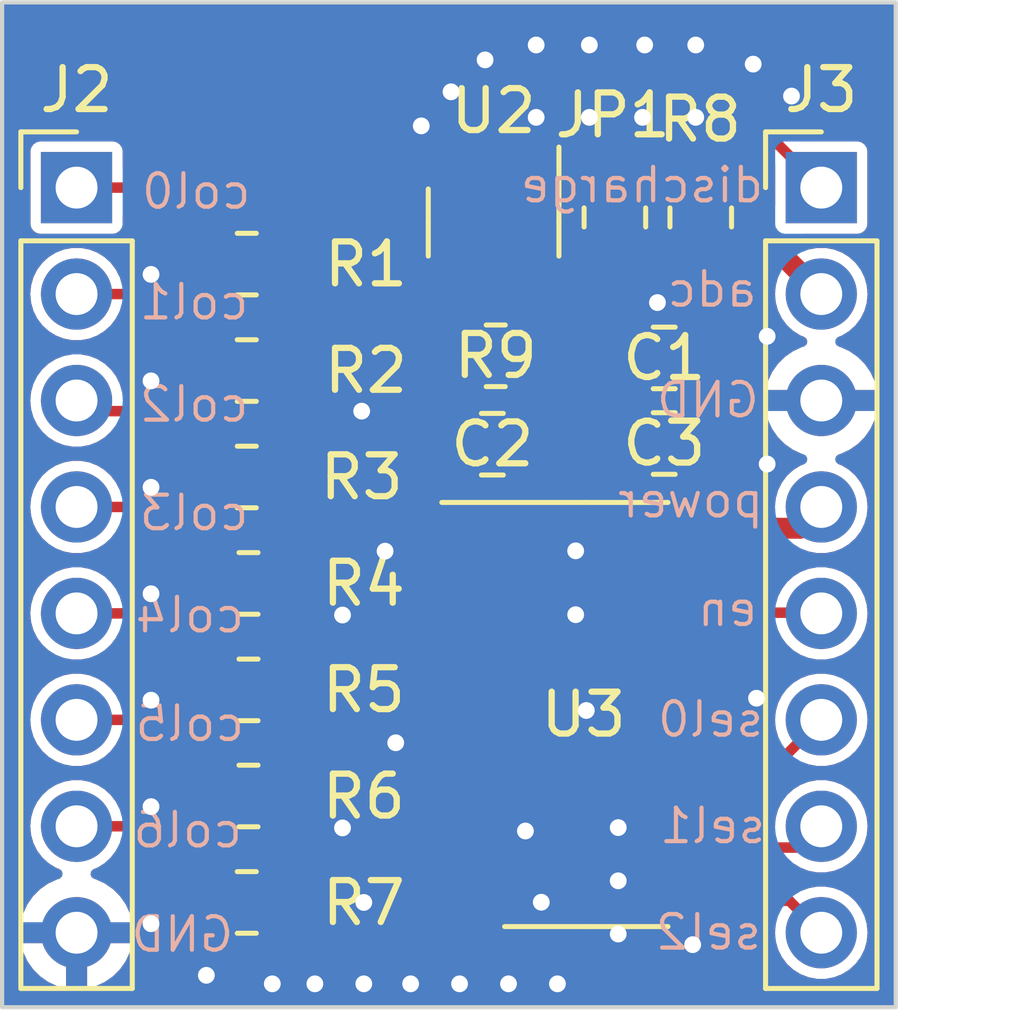
<source format=kicad_pcb>
(kicad_pcb (version 20240108) (generator "pcbnew") (generator_version "8.0")
  (layers (0 "F.Cu" signal) (31 "B.Cu" signal) (34 "B.Paste" user) (35 "F.Paste" user) (36 "B.SilkS" user "B.Silkscreen") (37 "F.SilkS" user "F.Silkscreen") (38 "B.Mask" user) (39 "F.Mask" user) (44 "Edge.Cuts" user))
  (net 0 "")
  (net 1 "POWER")
  (net 2 "GND")
  (net 3 "DISCHARGE")
  (net 4 "ADC")
  (net 5 "Net-(JP1-B)")
  (net 6 "COL0")
  (net 7 "COL1")
  (net 8 "COL2")
  (net 9 "COL3")
  (net 10 "COL4")
  (net 11 "SEL0")
  (net 12 "SEL1")
  (net 13 "SEL2")
  (net 14 "EN")
  (net 15 "COL5")
  (net 16 "COL6")
  (footprint "Resistor_SMD:R_0805_2012Metric_Pad1.20x1.40mm_HandSolder" (layer "F.Cu") (at 82.891306 84.374576)
    (property "Reference" "R5" (at 2.7525 0.0038 180) (layer "F.SilkS"))
    (property "Value" "100k")
    (fp_line (start -0.227064 -0.735) (end 0.227064 -0.735) (stroke (width 0.12)) (layer "F.SilkS"))
    (fp_line (start -0.227064 0.735) (end 0.227064 0.735) (stroke (width 0.12)) (layer "F.SilkS"))
    (pad "1" smd roundrect (at -1 0) (size 1.2 1.4) (layers "F.Cu" "F.Paste" "F.Mask") (roundrect_rratio 0.208333) (net 10 "COL4"))
    (pad "2" smd roundrect (at 1 0) (size 1.2 1.4) (layers "F.Cu" "F.Paste" "F.Mask") (roundrect_rratio 0.208333) (net 2 "GND"))
  )
  (footprint "Package_SO:SOIC-16_3.9x9.9mm_P1.27mm" (layer "F.Cu") (at 90.955806 84.962576)
    (property "Reference" "U3" (at -0.065 0 0) (layer "F.SilkS"))
    (property "Value" "74HC4051")
    (fp_line (start 0 -5.06) (end -3.45 -5.06) (stroke (width 0.12)) (layer "F.SilkS"))
    (fp_line (start 0 -5.06) (end 1.95 -5.06) (stroke (width 0.12)) (layer "F.SilkS"))
    (fp_line (start 0 5.06) (end -1.95 5.06) (stroke (width 0.12)) (layer "F.SilkS"))
    (fp_line (start 0 5.06) (end 1.95 5.06) (stroke (width 0.12)) (layer "F.SilkS"))
    (pad "1" smd roundrect (at -2.475 -4.445) (size 1.95 0.6) (layers "F.Cu" "F.Paste" "F.Mask") (net 6 "COL0"))
    (pad "2" smd roundrect (at -2.475 -3.175) (size 1.95 0.6) (layers "F.Cu" "F.Paste" "F.Mask") (net 7 "COL1"))
    (pad "3" smd roundrect (at -2.475 -1.905) (size 1.95 0.6) (layers "F.Cu" "F.Paste" "F.Mask") (net 3 "DISCHARGE"))
    (pad "4" smd roundrect (at -2.475 -0.635) (size 1.95 0.6) (layers "F.Cu" "F.Paste" "F.Mask") (net 8 "COL2"))
    (pad "5" smd roundrect (at -2.475 0.635) (size 1.95 0.6) (layers "F.Cu" "F.Paste" "F.Mask") (net 9 "COL3"))
    (pad "6" smd roundrect (at -2.475 1.905) (size 1.95 0.6) (layers "F.Cu" "F.Paste" "F.Mask") (net 14 "EN"))
    (pad "7" smd roundrect (at -2.475 3.175) (size 1.95 0.6) (layers "F.Cu" "F.Paste" "F.Mask") (net 2 "GND"))
    (pad "8" smd roundrect (at -2.475 4.445) (size 1.95 0.6) (layers "F.Cu" "F.Paste" "F.Mask") (net 2 "GND"))
    (pad "9" smd roundrect (at 2.475 4.445) (size 1.95 0.6) (layers "F.Cu" "F.Paste" "F.Mask") (net 13 "SEL2"))
    (pad "10" smd roundrect (at 2.475 3.175) (size 1.95 0.6) (layers "F.Cu" "F.Paste" "F.Mask") (net 12 "SEL1"))
    (pad "11" smd roundrect (at 2.475 1.905) (size 1.95 0.6) (layers "F.Cu" "F.Paste" "F.Mask") (net 11 "SEL0"))
    (pad "12" smd roundrect (at 2.475 0.635) (size 1.95 0.6) (layers "F.Cu" "F.Paste" "F.Mask") (net 16 "COL6"))
    (pad "13" smd roundrect (at 2.475 -0.635) (size 1.95 0.6) (layers "F.Cu" "F.Paste" "F.Mask") (net 15 "COL5"))
    (pad "14" smd roundrect (at 2.475 -1.905) (size 1.95 0.6) (layers "F.Cu" "F.Paste" "F.Mask") (net 10 "COL4"))
    (pad "15" smd roundrect (at 2.475 -3.175) (size 1.95 0.6) (layers "F.Cu" "F.Paste" "F.Mask") (net 2 "GND"))
    (pad "16" smd roundrect (at 2.475 -4.445) (size 1.95 0.6) (layers "F.Cu" "F.Paste" "F.Mask") (net 1 "POWER"))
  )
  (footprint "Resistor_SMD:R_0805_2012Metric_Pad1.20x1.40mm_HandSolder" (layer "F.Cu") (at 82.891306 86.906576)
    (property "Reference" "R6" (at 2.7525 0.0118 180) (layer "F.SilkS"))
    (property "Value" "100k")
    (fp_line (start -0.227064 -0.735) (end 0.227064 -0.735) (stroke (width 0.12)) (layer "F.SilkS"))
    (fp_line (start -0.227064 0.735) (end 0.227064 0.735) (stroke (width 0.12)) (layer "F.SilkS"))
    (pad "1" smd roundrect (at -1 0) (size 1.2 1.4) (layers "F.Cu" "F.Paste" "F.Mask") (roundrect_rratio 0.208333) (net 15 "COL5"))
    (pad "2" smd roundrect (at 1 0) (size 1.2 1.4) (layers "F.Cu" "F.Paste" "F.Mask") (roundrect_rratio 0.208333) (net 2 "GND"))
  )
  (footprint "Connector_PinHeader_2.54mm:PinHeader_1x08_P2.54mm_Vertical" (layer "F.Cu") (at 78.785806 72.389576)
    (property "Reference" "J2" (at 0 -2.33 0) (layer "F.SilkS"))
    (property "Value" "Conn_01x08" (hide yes))
    (fp_line (start -1.33 -1.33) (end 0 -1.33) (stroke (width 0.12)) (layer "F.SilkS"))
    (fp_line (start -1.33 0) (end -1.33 -1.33) (stroke (width 0.12)) (layer "F.SilkS"))
    (fp_line (start -1.33 1.27) (end -1.33 19.11) (stroke (width 0.12)) (layer "F.SilkS"))
    (fp_line (start -1.33 1.27) (end 1.33 1.27) (stroke (width 0.12)) (layer "F.SilkS"))
    (fp_line (start -1.33 19.11) (end 1.33 19.11) (stroke (width 0.12)) (layer "F.SilkS"))
    (fp_line (start 1.33 1.27) (end 1.33 19.11) (stroke (width 0.12)) (layer "F.SilkS"))
    (pad "1" thru_hole rect (at 0 0) (size 1.7 1.7) (drill 1) (layers "*.Cu" "*.Mask") (net 6 "COL0"))
    (pad "2" thru_hole oval (at 0 2.54) (size 1.7 1.7) (drill 1) (layers "*.Cu" "*.Mask") (net 7 "COL1"))
    (pad "3" thru_hole oval (at 0 5.08) (size 1.7 1.7) (drill 1) (layers "*.Cu" "*.Mask") (net 8 "COL2"))
    (pad "4" thru_hole oval (at 0 7.62) (size 1.7 1.7) (drill 1) (layers "*.Cu" "*.Mask") (net 9 "COL3"))
    (pad "5" thru_hole oval (at 0 10.16) (size 1.7 1.7) (drill 1) (layers "*.Cu" "*.Mask") (net 10 "COL4"))
    (pad "6" thru_hole oval (at 0 12.7) (size 1.7 1.7) (drill 1) (layers "*.Cu" "*.Mask") (net 15 "COL5"))
    (pad "7" thru_hole oval (at 0 15.24) (size 1.7 1.7) (drill 1) (layers "*.Cu" "*.Mask") (net 16 "COL6"))
    (pad "8" thru_hole oval (at 0 17.78) (size 1.7 1.7) (drill 1) (layers "*.Cu" "*.Mask") (net 2 "GND"))
  )
  (footprint "Capacitor_SMD:C_0805_2012Metric_Pad1.18x1.45mm_HandSolder" (layer "F.Cu") (at 92.815806 78.495669 180)
    (property "Reference" "C3" (at 0 0 180) (layer "F.SilkS"))
    (property "Value" "100n" (hide yes))
    (fp_line (start -0.261252 0.735) (end 0.261252 0.735) (stroke (width 0.12)) (layer "F.SilkS"))
    (fp_line (start -0.261252 -0.735) (end 0.261252 -0.735) (stroke (width 0.12)) (layer "F.SilkS"))
    (pad "1" smd roundrect (at -1.0375 0 180) (size 1.175 1.45) (layers "F.Cu" "F.Paste" "F.Mask") (roundrect_rratio 0.2127659574) (net 2 "GND"))
    (pad "2" smd roundrect (at 1.0375 0 180) (size 1.175 1.45) (layers "F.Cu" "F.Paste" "F.Mask") (roundrect_rratio 0.2127659574) (net 1 "POWER"))
  )
  (footprint "Resistor_SMD:R_0805_2012Metric_Pad1.20x1.40mm_HandSolder" (layer "F.Cu") (at 82.849806 74.214576)
    (property "Reference" "R1" (at 2.8448 0.0038 180) (layer "F.SilkS"))
    (property "Value" "100k")
    (fp_line (start -0.227064 -0.735) (end 0.227064 -0.735) (stroke (width 0.12)) (layer "F.SilkS"))
    (fp_line (start -0.227064 0.735) (end 0.227064 0.735) (stroke (width 0.12)) (layer "F.SilkS"))
    (pad "1" smd roundrect (at -1 0) (size 1.2 1.4) (layers "F.Cu" "F.Paste" "F.Mask") (roundrect_rratio 0.2083333333) (net 6 "COL0"))
    (pad "2" smd roundrect (at 1 0) (size 1.2 1.4) (layers "F.Cu" "F.Paste" "F.Mask") (roundrect_rratio 0.2083333333) (net 2 "GND"))
  )
  (footprint "Resistor_SMD:R_0805_2012Metric_Pad1.20x1.40mm_HandSolder" (layer "F.Cu") (at 82.891306 81.834576)
    (property "Reference" "R4" (at 2.7525 0.0038 180) (layer "F.SilkS"))
    (property "Value" "100k")
    (fp_line (start -0.227064 -0.735) (end 0.227064 -0.735) (stroke (width 0.12)) (layer "F.SilkS"))
    (fp_line (start -0.227064 0.735) (end 0.227064 0.735) (stroke (width 0.12)) (layer "F.SilkS"))
    (pad "1" smd roundrect (at -1 0) (size 1.2 1.4) (layers "F.Cu" "F.Paste" "F.Mask") (roundrect_rratio 0.208333) (net 9 "COL3"))
    (pad "2" smd roundrect (at 1 0) (size 1.2 1.4) (layers "F.Cu" "F.Paste" "F.Mask") (roundrect_rratio 0.208333) (net 2 "GND"))
  )
  (footprint "Resistor_SMD:R_0805_2012Metric_Pad1.20x1.40mm_HandSolder" (layer "F.Cu") (at 82.849806 79.294576)
    (property "Reference" "R3" (at 2.7432 0.0038 180) (layer "F.SilkS"))
    (property "Value" "100k")
    (fp_line (start -0.227064 -0.735) (end 0.227064 -0.735) (stroke (width 0.12)) (layer "F.SilkS"))
    (fp_line (start -0.227064 0.735) (end 0.227064 0.735) (stroke (width 0.12)) (layer "F.SilkS"))
    (pad "1" smd roundrect (at -1 0) (size 1.2 1.4) (layers "F.Cu" "F.Paste" "F.Mask") (roundrect_rratio 0.208333) (net 8 "COL2"))
    (pad "2" smd roundrect (at 1 0) (size 1.2 1.4) (layers "F.Cu" "F.Paste" "F.Mask") (roundrect_rratio 0.208333) (net 2 "GND"))
  )
  (footprint "Resistor_SMD:R_0805_2012Metric_Pad1.20x1.40mm_HandSolder" (layer "F.Cu") (at 91.638206 73.100776 -90)
    (property "Reference" "JP1" (at -2.4384 0.0508 180) (layer "F.SilkS"))
    (property "Value" "Jumper_2_Open" (hide yes))
    (fp_line (start -0.227064 0.735) (end 0.227064 0.735) (stroke (width 0.12)) (layer "F.SilkS"))
    (fp_line (start -0.227064 -0.735) (end 0.227064 -0.735) (stroke (width 0.12)) (layer "F.SilkS"))
    (pad "1" smd roundrect (at -1 0 270) (size 1.2 1.4) (layers "F.Cu" "F.Paste" "F.Mask") (roundrect_rratio 0.2083333333) (net 4 "ADC"))
    (pad "2" smd roundrect (at 1 0 270) (size 1.2 1.4) (layers "F.Cu" "F.Paste" "F.Mask") (roundrect_rratio 0.2083333333) (net 5 "Net-(JP1-B)"))
  )
  (footprint "Capacitor_SMD:C_0805_2012Metric_Pad1.18x1.45mm_HandSolder" (layer "F.Cu") (at 88.713306 78.512576 180)
    (property "Reference" "C2" (at 0 0 180) (layer "F.SilkS"))
    (property "Value" "220p")
    (fp_line (start -0.261252 0.735) (end 0.261252 0.735) (stroke (width 0.12)) (layer "F.SilkS"))
    (fp_line (start -0.261252 -0.735) (end 0.261252 -0.735) (stroke (width 0.12)) (layer "F.SilkS"))
    (pad "1" smd roundrect (at -1.0375 0 180) (size 1.175 1.45) (layers "F.Cu" "F.Paste" "F.Mask") (roundrect_rratio 0.2127659574) (net 2 "GND"))
    (pad "2" smd roundrect (at 1.0375 0 180) (size 1.175 1.45) (layers "F.Cu" "F.Paste" "F.Mask") (roundrect_rratio 0.2127659574) (net 3 "DISCHARGE"))
  )
  (footprint "Resistor_SMD:R_0805_2012Metric_Pad1.20x1.40mm_HandSolder" (layer "F.Cu") (at 88.793406 76.402776)
    (property "Reference" "R9" (at 0 0 0) (layer "F.SilkS"))
    (property "Value" "1k")
    (fp_line (start -0.227064 -0.735) (end 0.227064 -0.735) (stroke (width 0.12)) (layer "F.SilkS"))
    (fp_line (start -0.227064 0.735) (end 0.227064 0.735) (stroke (width 0.12)) (layer "F.SilkS"))
    (pad "1" smd roundrect (at -1 0) (size 1.2 1.4) (layers "F.Cu" "F.Paste" "F.Mask") (roundrect_rratio 0.2083333333) (net 5 "Net-(JP1-B)"))
    (pad "2" smd roundrect (at 1 0) (size 1.2 1.4) (layers "F.Cu" "F.Paste" "F.Mask") (roundrect_rratio 0.2083333333) (net 2 "GND"))
  )
  (footprint "Resistor_SMD:R_0805_2012Metric_Pad1.20x1.40mm_HandSolder" (layer "F.Cu") (at 82.849806 76.754576)
    (property "Reference" "R2" (at 2.8448 0.0038 180) (layer "F.SilkS"))
    (property "Value" "100k")
    (fp_line (start -0.227064 -0.735) (end 0.227064 -0.735) (stroke (width 0.12)) (layer "F.SilkS"))
    (fp_line (start -0.227064 0.735) (end 0.227064 0.735) (stroke (width 0.12)) (layer "F.SilkS"))
    (pad "1" smd roundrect (at -1 0) (size 1.2 1.4) (layers "F.Cu" "F.Paste" "F.Mask") (roundrect_rratio 0.2083333333) (net 7 "COL1"))
    (pad "2" smd roundrect (at 1 0) (size 1.2 1.4) (layers "F.Cu" "F.Paste" "F.Mask") (roundrect_rratio 0.2083333333) (net 2 "GND"))
  )
  (footprint "Resistor_SMD:R_0805_2012Metric_Pad1.20x1.40mm_HandSolder" (layer "F.Cu") (at 93.688206 73.100776 90)
    (property "Reference" "R8" (at 2.3368 -0.018 0) (layer "F.SilkS"))
    (property "Value" "100k")
    (fp_line (start -0.227064 -0.735) (end 0.227064 -0.735) (stroke (width 0.12)) (layer "F.SilkS"))
    (fp_line (start -0.227064 0.735) (end 0.227064 0.735) (stroke (width 0.12)) (layer "F.SilkS"))
    (pad "1" smd roundrect (at -1 0 90) (size 1.2 1.4) (layers "F.Cu" "F.Paste" "F.Mask") (roundrect_rratio 0.2083333333) (net 5 "Net-(JP1-B)"))
    (pad "2" smd roundrect (at 1 0 90) (size 1.2 1.4) (layers "F.Cu" "F.Paste" "F.Mask") (roundrect_rratio 0.2083333333) (net 4 "ADC"))
  )
  (footprint "Resistor_SMD:R_0805_2012Metric_Pad1.20x1.40mm_HandSolder" (layer "F.Cu") (at 82.849806 89.446576)
    (property "Reference" "R7" (at 2.794 0.0118 180) (layer "F.SilkS"))
    (property "Value" "100k")
    (fp_line (start -0.227064 -0.735) (end 0.227064 -0.735) (stroke (width 0.12)) (layer "F.SilkS"))
    (fp_line (start -0.227064 0.735) (end 0.227064 0.735) (stroke (width 0.12)) (layer "F.SilkS"))
    (pad "1" smd roundrect (at -1 0) (size 1.2 1.4) (layers "F.Cu" "F.Paste" "F.Mask") (roundrect_rratio 0.208333) (net 16 "COL6"))
    (pad "2" smd roundrect (at 1 0) (size 1.2 1.4) (layers "F.Cu" "F.Paste" "F.Mask") (roundrect_rratio 0.208333) (net 2 "GND"))
  )
  (footprint "Package_TO_SOT_SMD:SOT-23-5" (layer "F.Cu") (at 88.742606 73.222276 -90)
    (property "Reference" "U2" (at -2.6615 0 180) (layer "F.SilkS"))
    (property "Value" "TLV9061IDBVR" (hide yes))
    (fp_line (start 0 1.56) (end -0.8 1.56) (stroke (width 0.12)) (layer "F.SilkS"))
    (fp_line (start 0 1.56) (end 0.8 1.56) (stroke (width 0.12)) (layer "F.SilkS"))
    (fp_line (start 0 -1.56) (end -1.8 -1.56) (stroke (width 0.12)) (layer "F.SilkS"))
    (fp_line (start 0 -1.56) (end 0.8 -1.56) (stroke (width 0.12)) (layer "F.SilkS"))
    (pad "1" smd roundrect (at -1.1375 -0.95 270) (size 1.325 0.6) (layers "F.Cu" "F.Paste" "F.Mask") (net 4 "ADC"))
    (pad "2" smd roundrect (at -1.1375 0 270) (size 1.325 0.6) (layers "F.Cu" "F.Paste" "F.Mask") (net 2 "GND"))
    (pad "3" smd roundrect (at -1.1375 0.95 270) (size 1.325 0.6) (layers "F.Cu" "F.Paste" "F.Mask") (net 3 "DISCHARGE"))
    (pad "4" smd roundrect (at 1.1375 0.95 270) (size 1.325 0.6) (layers "F.Cu" "F.Paste" "F.Mask") (net 5 "Net-(JP1-B)"))
    (pad "5" smd roundrect (at 1.1375 -0.95 270) (size 1.325 0.6) (layers "F.Cu" "F.Paste" "F.Mask") (net 1 "POWER"))
  )
  (footprint "Capacitor_SMD:C_0805_2012Metric_Pad1.18x1.45mm_HandSolder" (layer "F.Cu") (at 92.815806 76.453576)
    (property "Reference" "C1" (at 0 0 0) (layer "F.SilkS"))
    (property "Value" "100n" (hide yes))
    (fp_line (start -0.261252 -0.735) (end 0.261252 -0.735) (stroke (width 0.12)) (layer "F.SilkS"))
    (fp_line (start -0.261252 0.735) (end 0.261252 0.735) (stroke (width 0.12)) (layer "F.SilkS"))
    (pad "1" smd roundrect (at -1.0375 0) (size 1.175 1.45) (layers "F.Cu" "F.Paste" "F.Mask") (roundrect_rratio 0.2127659574) (net 1 "POWER"))
    (pad "2" smd roundrect (at 1.0375 0) (size 1.175 1.45) (layers "F.Cu" "F.Paste" "F.Mask") (roundrect_rratio 0.2127659574) (net 2 "GND"))
  )
  (footprint "Connector_PinHeader_2.54mm:PinHeader_1x08_P2.54mm_Vertical" (layer "F.Cu") (at 96.565806 72.389576)
    (property "Reference" "J3" (at 0 -2.33 0) (layer "F.SilkS"))
    (property "Value" "Conn_01x08")
    (fp_line (start -1.33 -1.33) (end 0 -1.33) (stroke (width 0.12)) (layer "F.SilkS"))
    (fp_line (start -1.33 0) (end -1.33 -1.33) (stroke (width 0.12)) (layer "F.SilkS"))
    (fp_line (start -1.33 1.27) (end -1.33 19.11) (stroke (width 0.12)) (layer "F.SilkS"))
    (fp_line (start -1.33 1.27) (end 1.33 1.27) (stroke (width 0.12)) (layer "F.SilkS"))
    (fp_line (start -1.33 19.11) (end 1.33 19.11) (stroke (width 0.12)) (layer "F.SilkS"))
    (fp_line (start 1.33 1.27) (end 1.33 19.11) (stroke (width 0.12)) (layer "F.SilkS"))
    (pad "1" thru_hole rect (at 0 0) (size 1.7 1.7) (drill 1) (layers "*.Cu" "*.Mask") (net 3 "DISCHARGE"))
    (pad "2" thru_hole oval (at 0 2.54) (size 1.7 1.7) (drill 1) (layers "*.Cu" "*.Mask") (net 4 "ADC"))
    (pad "3" thru_hole oval (at 0 5.08) (size 1.7 1.7) (drill 1) (layers "*.Cu" "*.Mask") (net 2 "GND"))
    (pad "4" thru_hole oval (at 0 7.62) (size 1.7 1.7) (drill 1) (layers "*.Cu" "*.Mask") (net 1 "POWER"))
    (pad "5" thru_hole oval (at 0 10.16) (size 1.7 1.7) (drill 1) (layers "*.Cu" "*.Mask") (net 14 "EN"))
    (pad "6" thru_hole oval (at 0 12.7) (size 1.7 1.7) (drill 1) (layers "*.Cu" "*.Mask") (net 11 "SEL0"))
    (pad "7" thru_hole oval (at 0 15.24) (size 1.7 1.7) (drill 1) (layers "*.Cu" "*.Mask") (net 12 "SEL1"))
    (pad "8" thru_hole oval (at 0 17.78) (size 1.7 1.7) (drill 1) (layers "*.Cu" "*.Mask") (net 13 "SEL2"))
  )
  (gr_rect (start 77.007806 67.969976) (end 98.343806 91.947576) (stroke (width 0.1)) (fill none) (layer "Edge.Cuts"))
  (gr_text "col1\n" (at 82.951406 75.589976 0) (layer "B.SilkS") (effects (font (size 0.8 0.8) (thickness 0.1) (bold yes)) (justify left bottom mirror)))
  (gr_text "GND" (at 95.143406 77.926776 0) (layer "B.SilkS") (effects (font (size 0.8 0.8) (thickness 0.1) (bold yes)) (justify left bottom mirror)))
  (gr_text "adc\n" (at 95.092606 75.285176 0) (layer "B.SilkS") (effects (font (size 0.8 0.8) (thickness 0.1) (bold yes)) (justify left bottom mirror)))
  (gr_text "sel0" (at 95.245006 85.546776 0) (layer "B.SilkS") (effects (font (size 0.8 0.8) (thickness 0.1) (bold yes)) (justify left bottom mirror)))
  (gr_text "sel2\n" (at 95.194206 90.626776 0) (layer "B.SilkS") (effects (font (size 0.8 0.8) (thickness 0.1) (bold yes)) (justify left bottom mirror)))
  (gr_text "col0" (at 83.002206 72.948376 0) (layer "B.SilkS") (effects (font (size 0.8 0.8) (thickness 0.1) (bold yes)) (justify left bottom mirror)))
  (gr_text "col4" (at 82.849806 83.057576 0) (layer "B.SilkS") (effects (font (size 0.8 0.8) (thickness 0.1) (bold yes)) (justify left bottom mirror)))
  (gr_text "col6" (at 82.799006 88.188376 0) (layer "B.SilkS") (effects (font (size 0.8 0.8) (thickness 0.1) (bold yes)) (justify left bottom mirror)))
  (gr_text "col5" (at 82.849806 85.648376 0) (layer "B.SilkS") (effects (font (size 0.8 0.8) (thickness 0.1) (bold yes)) (justify left bottom mirror)))
  (gr_text "col3" (at 82.951406 80.619176 0) (layer "B.SilkS") (effects (font (size 0.8 0.8) (thickness 0.1) (bold yes)) (justify left bottom mirror)))
  (gr_text "en\n" (at 95.092606 82.905176 0) (layer "B.SilkS") (effects (font (size 0.8 0.8) (thickness 0.1) (bold yes)) (justify left bottom mirror)))
  (gr_text "power" (at 95.245006 80.314376 0) (layer "B.SilkS") (effects (font (size 0.8 0.8) (thickness 0.1) (bold yes)) (justify left bottom mirror)))
  (gr_text "GND" (at 82.595806 90.677576 0) (layer "B.SilkS") (effects (font (size 0.8 0.8) (thickness 0.1) (bold yes)) (justify left bottom mirror)))
  (gr_text "sel1" (at 95.295806 88.086776 0) (layer "B.SilkS") (effects (font (size 0.8 0.8) (thickness 0.1) (bold yes)) (justify left bottom mirror)))
  (gr_text "col2\n" (at 82.951406 78.028376 0) (layer "B.SilkS") (effects (font (size 0.8 0.8) (thickness 0.1) (bold yes)) (justify left bottom mirror)))
  (gr_text "discharge\n" (at 95.245006 72.795976 0) (layer "B.SilkS") (effects (font (size 0.8 0.8) (thickness 0.1) (bold yes)) (justify left bottom mirror)))
  (segment (start 93.430806 80.517576) (end 96.057806 80.517576) (width 0.5) (layer "F.Cu") (net 1))
  (segment (start 89.692606 74.359776) (end 89.692606 74.367876) (width 0.5) (layer "F.Cu") (net 1))
  (segment (start 91.778306 76.199576) (end 91.778306 78.495669) (width 0.5) (layer "F.Cu") (net 1))
  (segment (start 89.692606 74.367876) (end 91.778306 76.453576) (width 0.5) (layer "F.Cu") (net 1))
  (segment (start 91.778306 78.495669) (end 91.778306 78.865076) (width 0.5) (layer "F.Cu") (net 1))
  (segment (start 91.778306 78.865076) (end 93.430806 80.517576) (width 0.5) (layer "F.Cu") (net 1))
  (segment (start 96.057806 80.517576) (end 96.565806 80.009576) (width 0.5) (layer "F.Cu") (net 1))
  (segment (start 89.750806 78.512576) (end 89.750806 78.66526) (width 0.5) (layer "F.Cu") (net 2))
  (segment (start 89.750806 78.66526) (end 92.873122 81.787576) (width 0.5) (layer "F.Cu") (net 2))
  (segment (start 89.793406 78.469976) (end 89.750806 78.512576) (width 0.5) (layer "F.Cu") (net 2))
  (segment (start 85.135806 87.668576) (end 84.653306 87.668576) (width 0.5) (layer "F.Cu") (net 2))
  (segment (start 89.793406 76.402776) (end 89.793406 78.469976) (width 0.5) (layer "F.Cu") (net 2))
  (segment (start 84.653306 87.668576) (end 83.891306 86.906576) (width 0.5) (layer "F.Cu") (net 2))
  (segment (start 88.480806 89.407576) (end 89.336689 89.407576) (width 0.5) (layer "F.Cu") (net 2))
  (segment (start 89.106409 88.137576) (end 89.502009 87.741976) (width 0.5) (layer "F.Cu") (net 2))
  (segment (start 88.742606 71.422277) (end 89.451707 70.713176) (width 0.5) (layer "F.Cu") (net 2))
  (segment (start 89.451707 70.713176) (end 89.758606 70.713176) (width 0.5) (layer "F.Cu") (net 2))
  (segment (start 87.923122 88.137576) (end 88.480806 88.137576) (width 0.5) (layer "F.Cu") (net 2))
  (segment (start 83.849806 76.754576) (end 84.203806 76.754576) (width 0.5) (layer "F.Cu") (net 2))
  (segment (start 88.742606 72.084776) (end 88.742606 71.422277) (width 0.5) (layer "F.Cu") (net 2))
  (segment (start 89.846459 89.407576) (end 89.880806 89.441923) (width 0.5) (layer "F.Cu") (net 2))
  (segment (start 88.480806 88.137576) (end 89.106409 88.137576) (width 0.5) (layer "F.Cu") (net 2))
  (segment (start 89.336689 89.407576) (end 89.846459 89.407576) (width 0.5) (layer "F.Cu") (net 2))
  (segment (start 92.873122 81.787576) (end 93.430806 81.787576) (width 0.5) (layer "F.Cu") (net 2))
  (via (at 93.495806 90.454576) (size 0.8) (drill 0.4) (layers "F.Cu" "B.Cu") (net 2))
  (via (at 85.135806 82.588576) (size 0.8) (drill 0.4) (layers "F.Cu" "B.Cu") (net 2))
  (via (at 90.955806 84.866576) (size 0.8) (drill 0.4) (layers "F.Cu" "B.Cu") (net 2))
  (via (at 91.717806 87.660576) (size 0.8) (drill 0.4) (layers "F.Cu" "B.Cu") (net 2))
  (via (at 80.563806 84.620576) (size 0.8) (drill 0.4) (layers "F.Cu" "B.Cu") (net 2))
  (via (at 88.539406 69.341576) (size 0.8) (drill 0.4) (layers "F.Cu" "B.Cu") (net 2))
  (via (at 85.643806 91.388776) (size 0.8) (drill 0.4) (layers "F.Cu" "B.Cu") (net 2))
  (via (at 95.273806 78.985576) (size 0.8) (drill 0.4) (layers "F.Cu" "B.Cu") (net 2))
  (via (at 89.502009 87.741976) (size 0.8) (drill 0.4) (layers "F.Cu" "B.Cu") (net 2))
  (via (at 87.726606 70.103576) (size 0.8) (drill 0.4) (layers "F.Cu" "B.Cu") (net 2))
  (via (at 80.563806 74.460576) (size 0.8) (drill 0.4) (layers "F.Cu" "B.Cu") (net 2))
  (via (at 91.717806 88.930576) (size 0.8) (drill 0.4) (layers "F.Cu" "B.Cu") (net 2))
  (via (at 85.643806 89.446576) (size 0.8) (drill 0.4) (layers "F.Cu" "B.Cu") (net 2))
  (via (at 86.151806 81.064576) (size 0.8) (drill 0.4) (layers "F.Cu" "B.Cu") (net 2))
  (via (at 84.475406 91.388776) (size 0.8) (drill 0.4) (layers "F.Cu" "B.Cu") (net 2))
  (via (at 86.761406 91.388776) (size 0.8) (drill 0.4) (layers "F.Cu" "B.Cu") (net 2))
  (via (at 83.459406 91.388776) (size 0.8) (drill 0.4) (layers "F.Cu" "B.Cu") (net 2))
  (via (at 81.884606 91.185576) (size 0.8) (drill 0.4) (layers "F.Cu" "B.Cu") (net 2))
  (via (at 92.349406 68.985976) (size 0.8) (drill 0.4) (layers "F.Cu" "B.Cu") (net 2))
  (via (at 89.098206 91.388776) (size 0.8) (drill 0.4) (layers "F.Cu" "B.Cu") (net 2))
  (via (at 80.563806 89.954576) (size 0.8) (drill 0.4) (layers "F.Cu" "B.Cu") (net 2))
  (via (at 85.135806 87.668576) (size 0.8) (drill 0.4) (layers "F.Cu" "B.Cu") (net 2))
  (via (at 89.880806 89.441923) (size 0.8) (drill 0.4) (layers "F.Cu" "B.Cu") (net 2))
  (via (at 91.717806 90.200576) (size 0.8) (drill 0.4) (layers "F.Cu" "B.Cu") (net 2))
  (via (at 86.405806 85.636576) (size 0.8) (drill 0.4) (layers "F.Cu" "B.Cu") (net 2))
  (via (at 94.940206 69.443176) (size 0.8) (drill 0.4) (layers "F.Cu" "B.Cu") (net 2))
  (via (at 80.563806 82.080576) (size 0.8) (drill 0.4) (layers "F.Cu" "B.Cu") (net 2))
  (via (at 90.266606 91.388776) (size 0.8) (drill 0.4) (layers "F.Cu" "B.Cu") (net 2))
  (via (at 95.019806 84.573576) (size 0.8) (drill 0.4) (layers "F.Cu" "B.Cu") (net 2))
  (via (at 89.758606 68.985976) (size 0.8) (drill 0.4) (layers "F.Cu" "B.Cu") (net 2))
  (via (at 80.563806 79.540576) (size 0.8) (drill 0.4) (layers "F.Cu" "B.Cu") (net 2))
  (via (at 91.028606 68.985976) (size 0.8) (drill 0.4) (layers "F.Cu" "B.Cu") (net 2))
  (via (at 90.701806 82.580576) (size 0.8) (drill 0.4) (layers "F.Cu" "B.Cu") (net 2))
  (via (at 91.028606 70.713176) (size 0.8) (drill 0.4) (layers "F.Cu" "B.Cu") (net 2))
  (via (at 80.563806 87.160576) (size 0.8) (drill 0.4) (layers "F.Cu" "B.Cu") (net 2))
  (via (at 95.854606 70.205176) (size 0.8) (drill 0.4) (layers "F.Cu" "B.Cu") (net 2))
  (via (at 92.298606 70.713176) (size 0.8) (drill 0.4) (layers "F.Cu" "B.Cu") (net 2))
  (via (at 90.701806 81.056576) (size 0.8) (drill 0.4) (layers "F.Cu" "B.Cu") (net 2))
  (via (at 80.563806 77.000576) (size 0.8) (drill 0.4) (layers "F.Cu" "B.Cu") (net 2))
  (via (at 92.654206 75.132776) (size 0.8) (drill 0.4) (layers "F.Cu" "B.Cu") (net 2))
  (via (at 95.273806 75.937576) (size 0.8) (drill 0.4) (layers "F.Cu" "B.Cu") (net 2))
  (via (at 87.929806 91.388776) (size 0.8) (drill 0.4) (layers "F.Cu" "B.Cu") (net 2))
  (via (at 87.015406 70.916376) (size 0.8) (drill 0.4) (layers "F.Cu" "B.Cu") (net 2))
  (via (at 93.568606 70.713176) (size 0.8) (drill 0.4) (layers "F.Cu" "B.Cu") (net 2))
  (via (at 85.593006 77.723576) (size 0.8) (drill 0.4) (layers "F.Cu" "B.Cu") (net 2))
  (via (at 89.758606 70.713176) (size 0.8) (drill 0.4) (layers "F.Cu" "B.Cu") (net 2))
  (via (at 93.568606 68.985976) (size 0.8) (drill 0.4) (layers "F.Cu" "B.Cu") (net 2))
  (segment (start 96.565806 77.469576) (end 96.275406 77.759976) (width 0.5) (layer "B.Cu") (net 2))
  (segment (start 87.675806 78.512576) (end 88.725806 79.562576) (width 0.25) (layer "F.Cu") (net 3))
  (segment (start 86.968406 77.805176) (end 86.968406 72.908976) (width 0.25) (layer "F.Cu") (net 3))
  (segment (start 86.968406 72.908976) (end 87.792606 72.084776) (width 0.25) (layer "F.Cu") (net 3))
  (segment (start 89.365307 69.849576) (end 94.025806 69.849576) (width 0.25) (layer "F.Cu") (net 3))
  (segment (start 87.675806 78.512576) (end 86.968406 77.805176) (width 0.25) (layer "F.Cu") (net 3))
  (segment (start 94.025806 69.849576) (end 96.565806 72.389576) (width 0.25) (layer "F.Cu") (net 3))
  (segment (start 87.792606 72.084776) (end 87.792606 71.422277) (width 0.25) (layer "F.Cu") (net 3))
  (segment (start 89.455805 83.057576) (end 89.680806 82.832575) (width 0.25) (layer "F.Cu") (net 3))
  (segment (start 89.680806 82.832575) (end 89.680806 79.827576) (width 0.25) (layer "F.Cu") (net 3))
  (segment (start 88.480806 83.057576) (end 89.455805 83.057576) (width 0.25) (layer "F.Cu") (net 3))
  (segment (start 88.725806 79.562576) (end 89.415806 79.562576) (width 0.25) (layer "F.Cu") (net 3))
  (segment (start 87.792606 71.422277) (end 89.365307 69.849576) (width 0.25) (layer "F.Cu") (net 3))
  (segment (start 89.680806 79.827576) (end 89.415806 79.562576) (width 0.25) (layer "F.Cu") (net 3))
  (segment (start 93.737006 72.100776) (end 96.565806 74.929576) (width 0.5) (layer "F.Cu") (net 4))
  (segment (start 93.672206 72.084776) (end 93.688206 72.100776) (width 0.5) (layer "F.Cu") (net 4))
  (segment (start 89.692606 72.084776) (end 93.672206 72.084776) (width 0.5) (layer "F.Cu") (net 4))
  (segment (start 93.688206 72.100776) (end 93.737006 72.100776) (width 0.5) (layer "F.Cu") (net 4))
  (segment (start 96.565806 74.929576) (end 96.472806 74.929576) (width 0.5) (layer "F.Cu") (net 4))
  (segment (start 96.565806 74.929576) (end 96.355806 74.929576) (width 0.5) (layer "F.Cu") (net 4))
  (segment (start 87.792606 74.359776) (end 88.780106 73.372276) (width 0.25) (layer "F.Cu") (net 5))
  (segment (start 87.793406 76.402776) (end 87.793406 74.360576) (width 0.25) (layer "F.Cu") (net 5))
  (segment (start 90.909706 73.372276) (end 91.638206 74.100776) (width 0.25) (layer "F.Cu") (net 5))
  (segment (start 88.780106 73.372276) (end 90.909706 73.372276) (width 0.25) (layer "F.Cu") (net 5))
  (segment (start 91.638206 74.100776) (end 93.688206 74.100776) (width 0.25) (layer "F.Cu") (net 5))
  (segment (start 87.793406 74.360576) (end 87.792606 74.359776) (width 0.25) (layer "F.Cu") (net 5))
  (segment (start 86.558206 77.113976) (end 85.173806 75.729576) (width 0.25) (layer "F.Cu") (net 6))
  (segment (start 81.849806 74.214576) (end 83.364806 75.729576) (width 0.25) (layer "F.Cu") (net 6))
  (segment (start 87.636806 80.517576) (end 88.480806 80.517576) (width 0.25) (layer "F.Cu") (net 6))
  (segment (start 88.189628 80.517576) (end 86.558206 78.886154) (width 0.25) (layer "F.Cu") (net 6))
  (segment (start 88.480806 80.517576) (end 88.189628 80.517576) (width 0.25) (layer "F.Cu") (net 6))
  (segment (start 80.024806 72.389576) (end 81.849806 74.214576) (width 0.25) (layer "F.Cu") (net 6))
  (segment (start 81.333806 73.960576) (end 81.849806 73.960576) (width 0.25) (layer "F.Cu") (net 6))
  (segment (start 78.785806 72.389576) (end 80.024806 72.389576) (width 0.25) (layer "F.Cu") (net 6))
  (segment (start 86.558206 78.886154) (end 86.558206 77.113976) (width 0.25) (layer "F.Cu") (net 6))
  (segment (start 81.587806 74.214576) (end 81.849806 74.214576) (width 0.25) (layer "F.Cu") (net 6))
  (segment (start 83.364806 75.729576) (end 85.173806 75.729576) (width 0.25) (layer "F.Cu") (net 6))
  (segment (start 81.849806 76.754576) (end 83.364806 78.269576) (width 0.25) (layer "F.Cu") (net 7))
  (segment (start 84.72332 78.269576) (end 88.24132 81.787576) (width 0.25) (layer "F.Cu") (net 7))
  (segment (start 78.785806 74.929576) (end 79.987887 74.929576) (width 0.25) (layer "F.Cu") (net 7))
  (segment (start 81.812887 76.754576) (end 81.849806 76.754576) (width 0.25) (layer "F.Cu") (net 7))
  (segment (start 81.587806 76.754576) (end 81.849806 76.754576) (width 0.25) (layer "F.Cu") (net 7))
  (segment (start 87.680806 81.787576) (end 88.480806 81.787576) (width 0.25) (layer "F.Cu") (net 7))
  (segment (start 88.24132 81.787576) (end 88.480806 81.787576) (width 0.25) (layer "F.Cu") (net 7))
  (segment (start 79.987887 74.929576) (end 81.812887 76.754576) (width 0.25) (layer "F.Cu") (net 7))
  (segment (start 83.364806 78.269576) (end 84.72332 78.269576) (width 0.25) (layer "F.Cu") (net 7))
  (segment (start 78.785806 77.469576) (end 79.039806 77.723576) (width 0.25) (layer "F.Cu") (net 8))
  (segment (start 86.327063 82.413319) (end 84.72332 80.809576) (width 0.25) (layer "F.Cu") (net 8))
  (segment (start 83.364806 80.809576) (end 81.849806 79.294576) (width 0.25) (layer "F.Cu") (net 8))
  (segment (start 81.333806 79.294576) (end 81.849806 79.294576) (width 0.25) (layer "F.Cu") (net 8))
  (segment (start 86.327063 83.271833) (end 86.327063 82.413319) (width 0.25) (layer "F.Cu") (net 8))
  (segment (start 79.039806 77.723576) (end 80.278806 77.723576) (width 0.25) (layer "F.Cu") (net 8))
  (segment (start 80.278806 77.723576) (end 81.849806 79.294576) (width 0.25) (layer "F.Cu") (net 8))
  (segment (start 88.480806 84.327576) (end 87.382806 84.327576) (width 0.25) (layer "F.Cu") (net 8))
  (segment (start 87.382806 84.327576) (end 86.327063 83.271833) (width 0.25) (layer "F.Cu") (net 8))
  (segment (start 81.587806 79.294576) (end 81.849806 79.294576) (width 0.25) (layer "F.Cu") (net 8))
  (segment (start 84.72332 80.809576) (end 83.364806 80.809576) (width 0.25) (layer "F.Cu") (net 8))
  (segment (start 87.421806 85.597576) (end 88.480806 85.597576) (width 0.25) (layer "F.Cu") (net 9))
  (segment (start 85.173806 83.349576) (end 87.421806 85.597576) (width 0.25) (layer "F.Cu") (net 9))
  (segment (start 81.812887 81.834576) (end 81.891306 81.834576) (width 0.25) (layer "F.Cu") (net 9))
  (segment (start 81.891306 81.834576) (end 83.406306 83.349576) (width 0.25) (layer "F.Cu") (net 9))
  (segment (start 83.406306 83.349576) (end 85.173806 83.349576) (width 0.25) (layer "F.Cu") (net 9))
  (segment (start 78.785806 80.009576) (end 79.987887 80.009576) (width 0.25) (layer "F.Cu") (net 9))
  (segment (start 79.987887 80.009576) (end 81.812887 81.834576) (width 0.25) (layer "F.Cu") (net 9))
  (segment (start 81.587806 81.834576) (end 81.891306 81.834576) (width 0.25) (layer "F.Cu") (net 9))
  (segment (start 92.230806 84.793116) (end 90.255806 86.768116) (width 0.25) (layer "F.Cu") (net 10))
  (segment (start 90.255806 86.768116) (end 90.255806 88.013484) (width 0.25) (layer "F.Cu") (net 10))
  (segment (start 79.987887 82.549576) (end 81.812887 84.374576) (width 0.25) (layer "F.Cu") (net 10))
  (segment (start 84.022806 85.399576) (end 82.916306 85.399576) (width 0.25) (layer "F.Cu") (net 10))
  (segment (start 89.486714 88.782576) (end 87.405806 88.782576) (width 0.25) (layer "F.Cu") (net 10))
  (segment (start 90.255806 88.013484) (end 89.486714 88.782576) (width 0.25) (layer "F.Cu") (net 10))
  (segment (start 82.916306 85.399576) (end 81.891306 84.374576) (width 0.25) (layer "F.Cu") (net 10))
  (segment (start 78.785806 82.549576) (end 79.987887 82.549576) (width 0.25) (layer "F.Cu") (net 10))
  (segment (start 87.405806 88.782576) (end 84.022806 85.399576) (width 0.25) (layer "F.Cu") (net 10))
  (segment (start 93.19132 83.057576) (end 92.230806 84.01809) (width 0.25) (layer "F.Cu") (net 10))
  (segment (start 92.230806 84.01809) (end 92.230806 84.793116) (width 0.25) (layer "F.Cu") (net 10))
  (segment (start 93.430806 83.057576) (end 93.19132 83.057576) (width 0.25) (layer "F.Cu") (net 10))
  (segment (start 81.587806 84.374576) (end 81.891306 84.374576) (width 0.25) (layer "F.Cu") (net 10))
  (segment (start 81.812887 84.374576) (end 81.891306 84.374576) (width 0.25) (layer "F.Cu") (net 10))
  (segment (start 93.430806 83.057576) (end 92.975806 83.057576) (width 0.25) (layer "F.Cu") (net 10))
  (segment (start 93.430806 86.867576) (end 94.787806 86.867576) (width 0.25) (layer "F.Cu") (net 11))
  (segment (start 94.787806 86.867576) (end 96.565806 85.089576) (width 0.25) (layer "F.Cu") (net 11))
  (segment (start 93.430806 88.137576) (end 96.057806 88.137576) (width 0.25) (layer "F.Cu") (net 12))
  (segment (start 96.057806 88.137576) (end 96.565806 87.629576) (width 0.25) (layer "F.Cu") (net 12))
  (segment (start 95.803806 89.407576) (end 96.565806 90.169576) (width 0.25) (layer "F.Cu") (net 13))
  (segment (start 93.430806 89.407576) (end 95.803806 89.407576) (width 0.25) (layer "F.Cu") (net 13))
  (segment (start 96.350806 90.384576) (end 96.565806 90.169576) (width 0.25) (layer "F.Cu") (net 13))
  (segment (start 92.2645 82.532576) (end 91.358653 83.438423) (width 0.25) (layer "F.Cu") (net 14))
  (segment (start 89.905806 85.682062) (end 89.905806 84.891271) (width 0.25) (layer "F.Cu") (net 14))
  (segment (start 96.565806 82.549576) (end 96.548806 82.532576) (width 0.25) (layer "F.Cu") (net 14))
  (segment (start 88.720291 86.867576) (end 89.905806 85.682062) (width 0.25) (layer "F.Cu") (net 14))
  (segment (start 89.905806 84.891271) (end 91.358653 83.438423) (width 0.25) (layer "F.Cu") (net 14))
  (segment (start 88.480806 86.867576) (end 88.720291 86.867576) (width 0.25) (layer "F.Cu") (net 14))
  (segment (start 96.548806 82.532576) (end 92.2645 82.532576) (width 0.25) (layer "F.Cu") (net 14))
  (segment (start 90.605806 89.818576) (end 90.171806 90.252576) (width 0.25) (layer "F.Cu") (net 15))
  (segment (start 83.406306 88.421576) (end 85.843898 88.421576) (width 0.25) (layer "F.Cu") (net 15))
  (segment (start 81.891306 86.906576) (end 83.406306 88.421576) (width 0.25) (layer "F.Cu") (net 15))
  (segment (start 90.605806 86.91309) (end 90.605806 89.818576) (width 0.25) (layer "F.Cu") (net 15))
  (segment (start 87.674898 90.252576) (end 87.018352 89.59603) (width 0.25) (layer "F.Cu") (net 15))
  (segment (start 93.19132 84.327576) (end 90.605806 86.91309) (width 0.25) (layer "F.Cu") (net 15))
  (segment (start 78.785806 85.089576) (end 79.987887 85.089576) (width 0.25) (layer "F.Cu") (net 15))
  (segment (start 79.987887 85.089576) (end 81.804887 86.906576) (width 0.25) (layer "F.Cu") (net 15))
  (segment (start 85.843898 88.421576) (end 87.018352 89.59603) (width 0.25) (layer "F.Cu") (net 15))
  (segment (start 93.430806 84.327576) (end 93.19132 84.327576) (width 0.25) (layer "F.Cu") (net 15))
  (segment (start 81.579806 86.906576) (end 81.891306 86.906576) (width 0.25) (layer "F.Cu") (net 15))
  (segment (start 81.804887 86.906576) (end 81.891306 86.906576) (width 0.25) (layer "F.Cu") (net 15))
  (segment (start 90.171806 90.252576) (end 87.674898 90.252576) (width 0.25) (layer "F.Cu") (net 15))
  (segment (start 90.316781 90.602576) (end 90.463293 90.456063) (width 0.25) (layer "F.Cu") (net 16))
  (segment (start 90.463293 90.456063) (end 90.955806 89.96355) (width 0.25) (layer "F.Cu") (net 16))
  (segment (start 90.31678 90.602576) (end 90.463293 90.456063) (width 0.25) (layer "F.Cu") (net 16))
  (segment (start 81.849806 89.446576) (end 83.005806 90.602576) (width 0.25) (layer "F.Cu") (net 16))
  (segment (start 90.955806 87.097577) (end 92.455807 85.597576) (width 0.25) (layer "F.Cu") (net 16))
  (segment (start 81.804887 89.446576) (end 81.849806 89.446576) (width 0.25) (layer "F.Cu") (net 16))
  (segment (start 83.005806 90.602576) (end 90.316781 90.602576) (width 0.25) (layer "F.Cu") (net 16))
  (segment (start 79.987887 87.629576) (end 81.804887 89.446576) (width 0.25) (layer "F.Cu") (net 16))
  (segment (start 92.455807 85.597576) (end 93.430806 85.597576) (width 0.25) (layer "F.Cu") (net 16))
  (segment (start 90.955806 89.96355) (end 90.955806 87.097577) (width 0.25) (layer "F.Cu") (net 16))
  (segment (start 81.579806 89.446576) (end 81.849806 89.446576) (width 0.25) (layer "F.Cu") (net 16))
  (segment (start 78.785806 87.629576) (end 79.987887 87.629576) (width 0.25) (layer "F.Cu") (net 16))
  (zone (net 2) (net_name "GND") (layers "F&B.Cu") (connect_pads (clearance 0.25)) (min_thickness 0.25) (fill yes (thermal_gap 0.5) (thermal_bridge_width 0.5))
    (polygon (pts (xy 77.007806 67.9128) (xy 98.343806 67.9128) (xy 98.343806 92) (xy 77.007806 91.947576)))
  )
)
</source>
